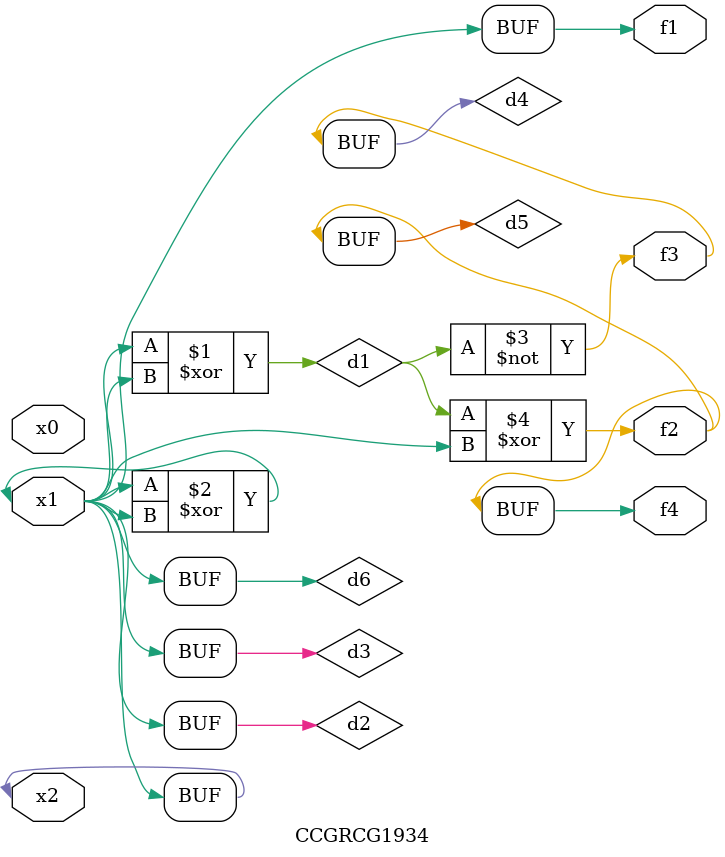
<source format=v>
module CCGRCG1934(
	input x0, x1, x2,
	output f1, f2, f3, f4
);

	wire d1, d2, d3, d4, d5, d6;

	xor (d1, x1, x2);
	buf (d2, x1, x2);
	xor (d3, x1, x2);
	nor (d4, d1);
	xor (d5, d1, d2);
	buf (d6, d2, d3);
	assign f1 = d6;
	assign f2 = d5;
	assign f3 = d4;
	assign f4 = d5;
endmodule

</source>
